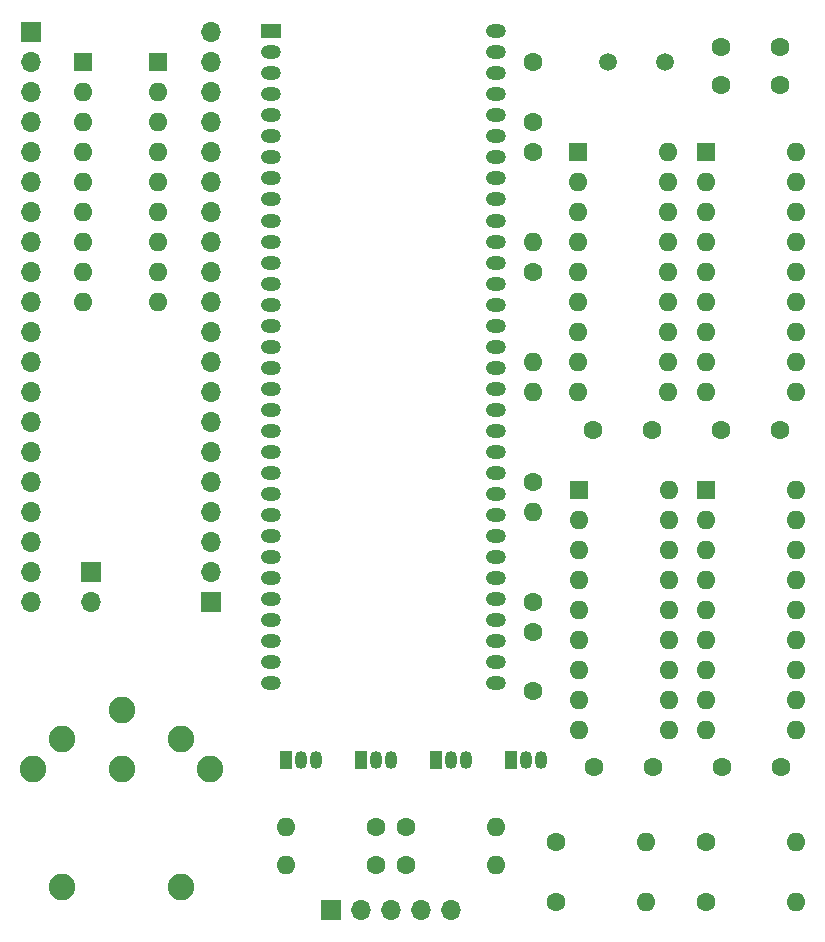
<source format=gbr>
%TF.GenerationSoftware,KiCad,Pcbnew,7.0.7*%
%TF.CreationDate,2024-08-07T00:19:30-05:00*%
%TF.ProjectId,TMS2V,544d5332-562e-46b6-9963-61645f706362,rev?*%
%TF.SameCoordinates,Original*%
%TF.FileFunction,Soldermask,Top*%
%TF.FilePolarity,Negative*%
%FSLAX46Y46*%
G04 Gerber Fmt 4.6, Leading zero omitted, Abs format (unit mm)*
G04 Created by KiCad (PCBNEW 7.0.7) date 2024-08-07 00:19:30*
%MOMM*%
%LPD*%
G01*
G04 APERTURE LIST*
%ADD10R,1.700000X1.200000*%
%ADD11O,1.700000X1.200000*%
%ADD12C,1.600000*%
%ADD13O,1.600000X1.600000*%
%ADD14R,1.050000X1.500000*%
%ADD15O,1.050000X1.500000*%
%ADD16R,1.600000X1.600000*%
%ADD17C,2.250000*%
%ADD18C,1.500000*%
%ADD19R,1.700000X1.700000*%
%ADD20O,1.700000X1.700000*%
G04 APERTURE END LIST*
D10*
%TO.C,U1*%
X142875000Y-75505000D03*
D11*
X142875000Y-77285000D03*
X142875000Y-79065000D03*
X142875000Y-80845000D03*
X142875000Y-82625000D03*
X142875000Y-84405000D03*
X142875000Y-86185000D03*
X142875000Y-87965000D03*
X142875000Y-89745000D03*
X142875000Y-91525000D03*
X142875000Y-93305000D03*
X142875000Y-95085000D03*
X142875000Y-96865000D03*
X142875000Y-98645000D03*
X142875000Y-100425000D03*
X142875000Y-102205000D03*
X142875000Y-103985000D03*
X142875000Y-105765000D03*
X142875000Y-107545000D03*
X142875000Y-109325000D03*
X142875000Y-111105000D03*
X142875000Y-112885000D03*
X142875000Y-114665000D03*
X142875000Y-116445000D03*
X142875000Y-118225000D03*
X142875000Y-120005000D03*
X142875000Y-121785000D03*
X142875000Y-123565000D03*
X142875000Y-125345000D03*
X142875000Y-127125000D03*
X142875000Y-128905000D03*
X142875000Y-130685000D03*
X161975800Y-130685000D03*
X161975800Y-128905000D03*
X161975800Y-127125000D03*
X161975800Y-125345000D03*
X161975800Y-123565000D03*
X161975800Y-121785000D03*
X161975800Y-120005000D03*
X161975800Y-118225000D03*
X161975800Y-116445000D03*
X161975800Y-114665000D03*
X161975800Y-112885000D03*
X161975800Y-111105000D03*
X161975800Y-109325000D03*
X161975800Y-107545000D03*
X161975800Y-105765000D03*
X161975800Y-103985000D03*
X161975800Y-102205000D03*
X161975800Y-100425000D03*
X161975800Y-98645000D03*
X161975800Y-96865000D03*
X161975800Y-95085000D03*
X161975800Y-93305000D03*
X161975800Y-91525000D03*
X161975800Y-89745000D03*
X161975800Y-87965000D03*
X161975800Y-86185000D03*
X161975800Y-84405000D03*
X161975800Y-82625000D03*
X161975800Y-80845000D03*
X161975800Y-79065000D03*
X161975800Y-77285000D03*
X161975800Y-75505000D03*
%TD*%
D12*
%TO.C,C7*%
X170260000Y-137795000D03*
X175260000Y-137795000D03*
%TD*%
%TO.C,C1*%
X165100000Y-131365000D03*
X165100000Y-126365000D03*
%TD*%
%TO.C,C6*%
X181015000Y-109220000D03*
X186015000Y-109220000D03*
%TD*%
%TO.C,R5*%
X167005000Y-144145000D03*
D13*
X174625000Y-144145000D03*
%TD*%
D14*
%TO.C,Q4*%
X163195000Y-137160000D03*
D15*
X164465000Y-137160000D03*
X165735000Y-137160000D03*
%TD*%
D12*
%TO.C,C5*%
X170180000Y-109220000D03*
X175180000Y-109220000D03*
%TD*%
D13*
%TO.C,U5*%
X187365000Y-114300000D03*
X187365000Y-116840000D03*
X187365000Y-119380000D03*
X187365000Y-121920000D03*
X187365000Y-124460000D03*
X187365000Y-127000000D03*
X187365000Y-129540000D03*
X187365000Y-132080000D03*
X187365000Y-134620000D03*
X179745000Y-134620000D03*
X179745000Y-132080000D03*
X179745000Y-129540000D03*
X179745000Y-127000000D03*
X179745000Y-124460000D03*
X179745000Y-121920000D03*
X179745000Y-119380000D03*
X179745000Y-116840000D03*
D16*
X179745000Y-114300000D03*
%TD*%
D17*
%TO.C,J3*%
X125255000Y-147955000D03*
X135255000Y-147955000D03*
X137755000Y-137955000D03*
X135255000Y-135455000D03*
X130255000Y-137955000D03*
X125255000Y-135455000D03*
X122755000Y-137955000D03*
X130255000Y-132955000D03*
%TD*%
D14*
%TO.C,Q1*%
X144145000Y-137160000D03*
D15*
X145415000Y-137160000D03*
X146685000Y-137160000D03*
%TD*%
D13*
%TO.C,R9*%
X161925000Y-146050000D03*
D12*
X154305000Y-146050000D03*
%TD*%
D18*
%TO.C,Y1*%
X176290000Y-78105000D03*
X171410000Y-78105000D03*
%TD*%
D12*
%TO.C,R1*%
X165100000Y-95885000D03*
D13*
X165100000Y-103505000D03*
%TD*%
D19*
%TO.C,J1*%
X122555000Y-75565000D03*
D20*
X122555000Y-78105000D03*
X122555000Y-80645000D03*
X122555000Y-83185000D03*
X122555000Y-85725000D03*
X122555000Y-88265000D03*
X122555000Y-90805000D03*
X122555000Y-93345000D03*
X122555000Y-95885000D03*
X122555000Y-98425000D03*
X122555000Y-100965000D03*
X122555000Y-103505000D03*
X122555000Y-106045000D03*
X122555000Y-108585000D03*
X122555000Y-111125000D03*
X122555000Y-113665000D03*
X122555000Y-116205000D03*
X122555000Y-118745000D03*
X122555000Y-121285000D03*
X122555000Y-123825000D03*
%TD*%
D13*
%TO.C,R3*%
X165100000Y-106045000D03*
D12*
X165100000Y-113665000D03*
%TD*%
D13*
%TO.C,RN2*%
X133350000Y-98425000D03*
X133350000Y-95885000D03*
X133350000Y-93345000D03*
X133350000Y-90805000D03*
X133350000Y-88265000D03*
X133350000Y-85725000D03*
X133350000Y-83185000D03*
X133350000Y-80645000D03*
D16*
X133350000Y-78105000D03*
%TD*%
D12*
%TO.C,C3*%
X185975000Y-80010000D03*
X180975000Y-80010000D03*
%TD*%
%TO.C,R7*%
X179705000Y-144145000D03*
D13*
X187325000Y-144145000D03*
%TD*%
D19*
%TO.C,J4*%
X147955000Y-149860000D03*
D20*
X150495000Y-149860000D03*
X153035000Y-149860000D03*
X155575000Y-149860000D03*
X158115000Y-149860000D03*
%TD*%
D12*
%TO.C,R6*%
X167005000Y-149225000D03*
D13*
X174625000Y-149225000D03*
%TD*%
D14*
%TO.C,Q3*%
X156845000Y-137160000D03*
D15*
X158115000Y-137160000D03*
X159385000Y-137160000D03*
%TD*%
D12*
%TO.C,C8*%
X181055000Y-137795000D03*
X186055000Y-137795000D03*
%TD*%
%TO.C,C4*%
X165100000Y-83145000D03*
X165100000Y-78145000D03*
%TD*%
%TO.C,C2*%
X185975000Y-76835000D03*
X180975000Y-76835000D03*
%TD*%
%TO.C,R4*%
X165100000Y-123825000D03*
D13*
X165100000Y-116205000D03*
%TD*%
%TO.C,U3*%
X187325000Y-85725000D03*
X187325000Y-88265000D03*
X187325000Y-90805000D03*
X187325000Y-93345000D03*
X187325000Y-95885000D03*
X187325000Y-98425000D03*
X187325000Y-100965000D03*
X187325000Y-103505000D03*
X187325000Y-106045000D03*
X179705000Y-106045000D03*
X179705000Y-103505000D03*
X179705000Y-100965000D03*
X179705000Y-98425000D03*
X179705000Y-95885000D03*
X179705000Y-93345000D03*
X179705000Y-90805000D03*
X179705000Y-88265000D03*
D16*
X179705000Y-85725000D03*
%TD*%
D13*
%TO.C,U4*%
X176570000Y-114300000D03*
X176570000Y-116840000D03*
X176570000Y-119380000D03*
X176570000Y-121920000D03*
X176570000Y-124460000D03*
X176570000Y-127000000D03*
X176570000Y-129540000D03*
X176570000Y-132080000D03*
X176570000Y-134620000D03*
X168950000Y-134620000D03*
X168950000Y-132080000D03*
X168950000Y-129540000D03*
X168950000Y-127000000D03*
X168950000Y-124460000D03*
X168950000Y-121920000D03*
X168950000Y-119380000D03*
X168950000Y-116840000D03*
D16*
X168950000Y-114300000D03*
%TD*%
D13*
%TO.C,R2*%
X165100000Y-93345000D03*
D12*
X165100000Y-85725000D03*
%TD*%
D14*
%TO.C,Q2*%
X150495000Y-137160000D03*
D15*
X151765000Y-137160000D03*
X153035000Y-137160000D03*
%TD*%
D12*
%TO.C,R8*%
X179705000Y-149225000D03*
D13*
X187325000Y-149225000D03*
%TD*%
D12*
%TO.C,R10*%
X151765000Y-142875000D03*
D13*
X144145000Y-142875000D03*
%TD*%
D12*
%TO.C,R11*%
X151765000Y-146050000D03*
D13*
X144145000Y-146050000D03*
%TD*%
D19*
%TO.C,J2*%
X137795000Y-123825000D03*
D20*
X137795000Y-121285000D03*
X137795000Y-118745000D03*
X137795000Y-116205000D03*
X137795000Y-113665000D03*
X137795000Y-111125000D03*
X137795000Y-108585000D03*
X137795000Y-106045000D03*
X137795000Y-103505000D03*
X137795000Y-100965000D03*
X137795000Y-98425000D03*
X137795000Y-95885000D03*
X137795000Y-93345000D03*
X137795000Y-90805000D03*
X137795000Y-88265000D03*
X137795000Y-85725000D03*
X137795000Y-83185000D03*
X137795000Y-80645000D03*
X137795000Y-78105000D03*
X137795000Y-75565000D03*
%TD*%
D19*
%TO.C,JP1*%
X127635000Y-121280000D03*
D20*
X127635000Y-123820000D03*
%TD*%
D16*
%TO.C,U2*%
X168910000Y-85725000D03*
D13*
X168910000Y-88265000D03*
X168910000Y-90805000D03*
X168910000Y-93345000D03*
X168910000Y-95885000D03*
X168910000Y-98425000D03*
X168910000Y-100965000D03*
X168910000Y-103505000D03*
X168910000Y-106045000D03*
X176530000Y-106045000D03*
X176530000Y-103505000D03*
X176530000Y-100965000D03*
X176530000Y-98425000D03*
X176530000Y-95885000D03*
X176530000Y-93345000D03*
X176530000Y-90805000D03*
X176530000Y-88265000D03*
X176530000Y-85725000D03*
%TD*%
D12*
%TO.C,R12*%
X154305000Y-142875000D03*
D13*
X161925000Y-142875000D03*
%TD*%
D16*
%TO.C,RN1*%
X127000000Y-78105000D03*
D13*
X127000000Y-80645000D03*
X127000000Y-83185000D03*
X127000000Y-85725000D03*
X127000000Y-88265000D03*
X127000000Y-90805000D03*
X127000000Y-93345000D03*
X127000000Y-95885000D03*
X127000000Y-98425000D03*
%TD*%
M02*

</source>
